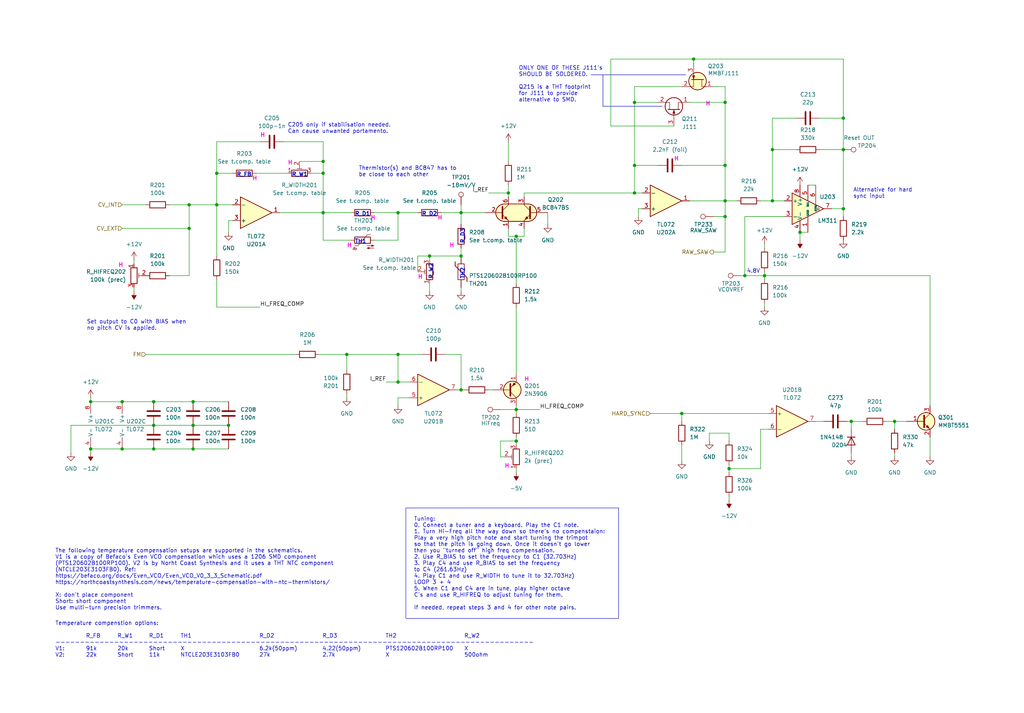
<source format=kicad_sch>
(kicad_sch (version 20231120) (generator "eeschema") (generator_version "8.0")
  (paper "User" 329.997 229.997)
  (title_block (title "VCO Core") (rev "proto v2"))
  (junction (at 69.85 66.04))
  (junction (at 104.14 68.58))
  (junction (at 163.83 62.23))
  (junction (at 219.71 133.35))
  (junction (at 128.27 114.3))
  (junction (at 29.21 129.54))
  (junction (at 60.96 73.66))
  (junction (at 274.32 135.89))
  (junction (at 234.95 151.13))
  (junction (at 104.14 55.88))
  (junction (at 248.92 64.77))
  (junction (at 233.68 69.85))
  (junction (at 39.37 144.78))
  (junction (at 271.78 48.26))
  (junction (at 128.27 123.19))
  (junction (at 49.53 144.78))
  (junction (at 246.38 88.9))
  (junction (at 69.85 55.88))
  (junction (at 73.66 137.16))
  (junction (at 62.23 137.16))
  (junction (at 240.03 88.9))
  (junction (at 257.81 74.93))
  (junction (at 62.23 144.78))
  (junction (at 39.37 129.54))
  (junction (at 223.52 19.05))
  (junction (at 60.96 66.04))
  (junction (at 271.78 67.31))
  (junction (at 49.53 137.16))
  (junction (at 166.37 132.08))
  (junction (at 166.37 142.24))
  (junction (at 104.14 52.07))
  (junction (at 233.68 33.02))
  (junction (at 148.59 68.58))
  (junction (at 29.21 144.78))
  (junction (at 148.59 125.73))
  (junction (at 248.92 48.26))
  (junction (at 62.23 129.54))
  (junction (at 138.43 82.55))
  (junction (at 271.78 38.1))
  (junction (at 204.47 53.34))
  (junction (at 111.76 114.3))
  (junction (at 204.47 62.23))
  (junction (at 148.59 82.55))
  (junction (at 204.47 33.02))
  (junction (at 288.29 135.89))
  (junction (at 128.27 68.58))
  (junction (at 233.68 64.77))
  (junction (at 49.53 129.54))
  (junction (at 233.68 53.34))
  (junction (at 166.37 76.2))
  (wire (pts (xy 54.61 88.9) (xy 60.96 88.9)))
  (wire (pts (xy 43.18 83.82) (xy 43.18 85.09)))
  (wire (pts (xy 228.6 139.7) (xy 234.95 139.7)))
  (wire (pts (xy 248.92 64.77) (xy 252.73 64.77)))
  (wire (pts (xy 104.14 52.07) (xy 104.14 55.88)))
  (wire (pts (xy 49.53 129.54) (xy 62.23 129.54)))
  (wire (pts (xy 204.47 62.23) (xy 207.01 62.23)))
  (wire (pts (xy 246.38 78.74) (xy 246.38 80.01)))
  (wire (pts (xy 233.68 27.94) (xy 233.68 33.02)))
  (wire (pts (xy 143.51 114.3) (xy 148.59 114.3)))
  (wire (pts (xy 234.95 139.7) (xy 234.95 142.24)))
  (wire (pts (xy 264.16 38.1) (xy 271.78 38.1)))
  (polyline (pts (xy 190.5 24.13) (xy 220.98 24.13)))
  (wire (pts (xy 69.85 45.72) (xy 69.85 55.88)))
  (wire (pts (xy 69.85 66.04) (xy 69.85 82.55)))
  (wire (pts (xy 22.86 137.16) (xy 49.53 137.16)))
  (wire (pts (xy 166.37 132.08) (xy 166.37 133.35)))
  (wire (pts (xy 69.85 55.88) (xy 69.85 66.04)))
  (wire (pts (xy 102.87 114.3) (xy 111.76 114.3)))
  (wire (pts (xy 233.68 81.28) (xy 229.87 81.28)))
  (wire (pts (xy 176.53 68.58) (xy 176.53 72.39)))
  (wire (pts (xy 246.38 90.17) (xy 246.38 88.9)))
  (wire (pts (xy 209.55 133.35) (xy 219.71 133.35)))
  (wire (pts (xy 238.76 88.9) (xy 240.03 88.9)))
  (wire (pts (xy 104.14 68.58) (xy 113.03 68.58)))
  (wire (pts (xy 248.92 48.26) (xy 248.92 64.77)))
  (wire (pts (xy 124.46 123.19) (xy 128.27 123.19)))
  (wire (pts (xy 168.91 73.66) (xy 168.91 76.2)))
  (wire (pts (xy 240.03 88.9) (xy 246.38 88.9)))
  (wire (pts (xy 222.25 33.02) (xy 233.68 33.02)))
  (wire (pts (xy 128.27 128.27) (xy 128.27 130.81)))
  (wire (pts (xy 271.78 38.1) (xy 271.78 48.26)))
  (wire (pts (xy 233.68 64.77) (xy 237.49 64.77)))
  (wire (pts (xy 234.95 161.29) (xy 234.95 160.02)))
  (wire (pts (xy 43.18 92.71) (xy 43.18 93.98)))
  (wire (pts (xy 163.83 45.72) (xy 163.83 52.07)))
  (wire (pts (xy 240.03 69.85) (xy 240.03 88.9)))
  (wire (pts (xy 228.6 142.24) (xy 228.6 139.7)))
  (wire (pts (xy 299.72 140.97) (xy 299.72 147.32)))
  (wire (pts (xy 49.53 137.16) (xy 62.23 137.16)))
  (wire (pts (xy 135.89 114.3) (xy 128.27 114.3)))
  (wire (pts (xy 271.78 48.26) (xy 271.78 67.31)))
  (wire (pts (xy 138.43 82.55) (xy 148.59 82.55)))
  (wire (pts (xy 257.81 74.93) (xy 260.35 74.93)))
  (wire (pts (xy 168.91 63.5) (xy 168.91 62.23)))
  (wire (pts (xy 196.85 40.64) (xy 196.85 19.05)))
  (wire (pts (xy 161.29 132.08) (xy 166.37 132.08)))
  (wire (pts (xy 111.76 128.27) (xy 111.76 127)))
  (wire (pts (xy 204.47 33.02) (xy 204.47 53.34)))
  (wire (pts (xy 233.68 69.85) (xy 233.68 81.28)))
  (wire (pts (xy 128.27 77.47) (xy 128.27 68.58)))
  (wire (pts (xy 111.76 114.3) (xy 128.27 114.3)))
  (wire (pts (xy 62.23 137.16) (xy 73.66 137.16)))
  (wire (pts (xy 111.76 114.3) (xy 111.76 119.38)))
  (wire (pts (xy 39.37 144.78) (xy 49.53 144.78)))
  (wire (pts (xy 233.68 53.34) (xy 233.68 64.77)))
  (wire (pts (xy 69.85 99.06) (xy 69.85 90.17)))
  (wire (pts (xy 246.38 97.79) (xy 246.38 99.06)))
  (wire (pts (xy 29.21 128.27) (xy 29.21 129.54)))
  (wire (pts (xy 257.81 77.47) (xy 257.81 74.93)))
  (wire (pts (xy 148.59 92.71) (xy 148.59 93.98)))
  (wire (pts (xy 148.59 68.58) (xy 156.21 68.58)))
  (wire (pts (xy 60.96 66.04) (xy 69.85 66.04)))
  (wire (pts (xy 205.74 67.31) (xy 205.74 69.85)))
  (wire (pts (xy 246.38 87.63) (xy 246.38 88.9)))
  (wire (pts (xy 288.29 135.89) (xy 288.29 138.43)))
  (wire (pts (xy 248.92 38.1) (xy 248.92 48.26)))
  (wire (pts (xy 132.08 128.27) (xy 128.27 128.27)))
  (wire (pts (xy 166.37 140.97) (xy 166.37 142.24)))
  (wire (pts (xy 166.37 142.24) (xy 166.37 143.51)))
  (wire (pts (xy 62.23 129.54) (xy 73.66 129.54)))
  (wire (pts (xy 256.54 48.26) (xy 248.92 48.26)))
  (wire (pts (xy 265.43 135.89) (xy 262.89 135.89)))
  (wire (pts (xy 62.23 144.78) (xy 73.66 144.78)))
  (wire (pts (xy 245.11 64.77) (xy 248.92 64.77)))
  (wire (pts (xy 142.24 68.58) (xy 148.59 68.58)))
  (wire (pts (xy 219.71 133.35) (xy 219.71 135.89)))
  (wire (pts (xy 120.65 77.47) (xy 128.27 77.47)))
  (polyline (pts (xy 194.31 34.29) (xy 213.36 34.29)))
  (wire (pts (xy 39.37 66.04) (xy 46.99 66.04)))
  (wire (pts (xy 256.54 38.1) (xy 248.92 38.1)))
  (wire (pts (xy 74.93 55.88) (xy 69.85 55.88)))
  (wire (pts (xy 273.05 135.89) (xy 274.32 135.89)))
  (wire (pts (xy 163.83 59.69) (xy 163.83 62.23)))
  (wire (pts (xy 148.59 66.04) (xy 148.59 68.58)))
  (wire (pts (xy 271.78 67.31) (xy 271.78 69.85)))
  (wire (pts (xy 245.11 151.13) (xy 245.11 138.43)))
  (wire (pts (xy 219.71 53.34) (xy 233.68 53.34)))
  (wire (pts (xy 73.66 71.12) (xy 73.66 74.93)))
  (wire (pts (xy 29.21 129.54) (xy 39.37 129.54)))
  (wire (pts (xy 148.59 80.01) (xy 148.59 82.55)))
  (wire (pts (xy 69.85 66.04) (xy 74.93 66.04)))
  (wire (pts (xy 39.37 73.66) (xy 60.96 73.66)))
  (wire (pts (xy 134.62 82.55) (xy 138.43 82.55)))
  (wire (pts (xy 246.38 88.9) (xy 299.72 88.9)))
  (wire (pts (xy 234.95 151.13) (xy 245.11 151.13)))
  (wire (pts (xy 60.96 66.04) (xy 60.96 73.66)))
  (wire (pts (xy 233.68 64.77) (xy 222.25 64.77)))
  (wire (pts (xy 204.47 27.94) (xy 219.71 27.94)))
  (wire (pts (xy 104.14 68.58) (xy 104.14 55.88)))
  (wire (pts (xy 161.29 142.24) (xy 166.37 142.24)))
  (wire (pts (xy 134.62 87.63) (xy 134.62 82.55)))
  (wire (pts (xy 54.61 66.04) (xy 60.96 66.04)))
  (wire (pts (xy 161.29 147.32) (xy 161.29 142.24)))
  (wire (pts (xy 128.27 123.19) (xy 132.08 123.19)))
  (wire (pts (xy 234.95 149.86) (xy 234.95 151.13)))
  (wire (pts (xy 166.37 99.06) (xy 166.37 120.65)))
  (polyline (pts (xy 194.31 24.13) (xy 194.31 34.29)))
  (wire (pts (xy 128.27 68.58) (xy 134.62 68.58)))
  (wire (pts (xy 223.52 19.05) (xy 223.52 20.32)))
  (wire (pts (xy 49.53 144.78) (xy 62.23 144.78)))
  (wire (pts (xy 285.75 135.89) (xy 288.29 135.89)))
  (wire (pts (xy 207.01 67.31) (xy 205.74 67.31)))
  (wire (pts (xy 163.83 76.2) (xy 166.37 76.2)))
  (wire (pts (xy 22.86 146.05) (xy 22.86 137.16)))
  (wire (pts (xy 166.37 130.81) (xy 166.37 132.08)))
  (wire (pts (xy 274.32 147.32) (xy 274.32 146.05)))
  (wire (pts (xy 128.27 114.3) (xy 128.27 123.19)))
  (wire (pts (xy 83.82 99.06) (xy 69.85 99.06)))
  (wire (pts (xy 147.32 125.73) (xy 148.59 125.73)))
  (wire (pts (xy 264.16 48.26) (xy 271.78 48.26)))
  (wire (pts (xy 104.14 77.47) (xy 104.14 68.58)))
  (wire (pts (xy 274.32 135.89) (xy 274.32 138.43)))
  (wire (pts (xy 204.47 53.34) (xy 204.47 62.23)))
  (wire (pts (xy 219.71 143.51) (xy 219.71 148.59)))
  (wire (pts (xy 260.35 59.69) (xy 262.89 59.69)))
  (wire (pts (xy 138.43 91.44) (xy 138.43 93.98)))
  (wire (pts (xy 166.37 76.2) (xy 168.91 76.2)))
  (wire (pts (xy 29.21 144.78) (xy 39.37 144.78)))
  (wire (pts (xy 234.95 151.13) (xy 234.95 152.4)))
  (wire (pts (xy 29.21 144.78) (xy 29.21 146.05)))
  (wire (pts (xy 288.29 146.05) (xy 288.29 147.32)))
  (wire (pts (xy 217.17 40.64) (xy 196.85 40.64)))
  (wire (pts (xy 148.59 114.3) (xy 148.59 125.73)))
  (wire (pts (xy 229.87 27.94) (xy 233.68 27.94)))
  (wire (pts (xy 163.83 62.23) (xy 163.83 63.5)))
  (wire (pts (xy 271.78 67.31) (xy 267.97 67.31)))
  (wire (pts (xy 240.03 69.85) (xy 252.73 69.85)))
  (wire (pts (xy 271.78 38.1) (xy 271.78 19.05)))
  (wire (pts (xy 104.14 55.88) (xy 100.33 55.88)))
  (wire (pts (xy 196.85 19.05) (xy 223.52 19.05)))
  (wire (pts (xy 148.59 125.73) (xy 149.86 125.73)))
  (wire (pts (xy 138.43 82.55) (xy 138.43 83.82)))
  (wire (pts (xy 120.65 68.58) (xy 128.27 68.58)))
  (wire (pts (xy 82.55 55.88) (xy 92.71 55.88)))
  (wire (pts (xy 204.47 27.94) (xy 204.47 33.02)))
  (wire (pts (xy 39.37 129.54) (xy 49.53 129.54)))
  (wire (pts (xy 274.32 135.89) (xy 278.13 135.89)))
  (wire (pts (xy 113.03 77.47) (xy 104.14 77.47)))
  (wire (pts (xy 163.83 73.66) (xy 163.83 76.2)))
  (wire (pts (xy 148.59 68.58) (xy 148.59 72.39)))
  (wire (pts (xy 60.96 88.9) (xy 60.96 73.66)))
  (wire (pts (xy 91.44 45.72) (xy 104.14 45.72)))
  (wire (pts (xy 299.72 88.9) (xy 299.72 130.81)))
  (wire (pts (xy 245.11 138.43) (xy 247.65 138.43)))
  (wire (pts (xy 219.71 133.35) (xy 247.65 133.35)))
  (wire (pts (xy 157.48 125.73) (xy 158.75 125.73)))
  (wire (pts (xy 166.37 132.08) (xy 173.99 132.08)))
  (wire (pts (xy 46.99 114.3) (xy 95.25 114.3)))
  (wire (pts (xy 212.09 53.34) (xy 204.47 53.34)))
  (wire (pts (xy 96.52 52.07) (xy 104.14 52.07)))
  (wire (pts (xy 204.47 33.02) (xy 212.09 33.02)))
  (wire (pts (xy 166.37 151.13) (xy 166.37 152.4)))
  (wire (pts (xy 90.17 68.58) (xy 104.14 68.58)))
  (wire (pts (xy 288.29 135.89) (xy 292.1 135.89)))
  (wire (pts (xy 229.87 69.85) (xy 233.68 69.85)))
  (wire (pts (xy 162.56 147.32) (xy 161.29 147.32)))
  (wire (pts (xy 223.52 19.05) (xy 271.78 19.05)))
  (wire (pts (xy 74.93 71.12) (xy 73.66 71.12)))
  (wire (pts (xy 233.68 64.77) (xy 233.68 69.85)))
  (wire (pts (xy 168.91 62.23) (xy 204.47 62.23)))
  (wire (pts (xy 233.68 33.02) (xy 233.68 53.34)))
  (wire (pts (xy 157.48 62.23) (xy 163.83 62.23)))
  (wire (pts (xy 83.82 45.72) (xy 69.85 45.72)))
  (wire (pts (xy 104.14 45.72) (xy 104.14 52.07)))
  (wire (pts (xy 166.37 76.2) (xy 166.37 91.44)))
  (rectangle (start 130.81 163.83) (end 199.39 199.39) (fill (type color) (color 255 255 255 1)))
  (text "H" (at 162.56 151.13 0) (effects (font (size 1.27 1.27) (thickness 0.254) (bold yes)) (justify left bottom)))
  (text "R_D1" (at 114.3 69.85 0) (effects (font (size 1.27 1.27) (thickness 0.254) (bold yes)) (justify left bottom)))
  (text "R_D2" (at 135.89 69.85 0) (effects (font (size 1.27 1.27) (thickness 0.254) (bold yes)) (justify left bottom)))
  (text "H" (at 111.76 80.01 0) (effects (font (size 1.27 1.27) (thickness 0.254) (bold yes)) (justify left bottom)))
  (text "H" (at 92.71 53.34 0) (effects (font (size 1.27 1.27) (thickness 0.254) (bold yes)) (justify left bottom)))
  (text "H" (at 81.28 58.42 0) (effects (font (size 1.27 1.27) (thickness 0.254) (bold yes)) (justify left bottom)))
  (text "The following temperature compensation setups are supported in the schematics.\nV1 is a copy of Befaco's Even VCO compensation which uses a 1206 SMD component \n(PTS120602B100RP100). V2 is by Norht Coast Synthesis and it uses a THT NTC component \n(NTCLE203E3103FB0). Ref:\nhttps://befaco.org/docs/Even_VCO/Even_VCO_V0_3_3_Schematic.pdf\nhttps://northcoastsynthesis.com/news/temperature-compensation-with-ntc-thermistors/\n\nX: don't place component\nShort: short component\nUse multi-turn precision trimmers." (at 17.78 196.85 0) (effects (font (size 1.27 1.27)) (justify left bottom)))
  (text "TH2" (at 149.86 90.17 90) (effects (font (size 1.27 1.27) (thickness 0.254) (bold yes)) (justify left bottom)))
  (text "R_W2" (at 139.7 90.17 90) (effects (font (size 1.27 1.27) (thickness 0.254) (bold yes)) (justify left bottom)))
  (text "H" (at 217.17 52.07 0) (effects (font (size 1.27 1.27) (thickness 0.254) (bold yes)) (justify left bottom)))
  (text "H" (at 38.1 86.36 0) (effects (font (size 1.27 1.27) (thickness 0.254) (bold yes)) (justify left bottom)))
  (text "Set output to C0 with BIAS when\nno pitch CV is applied." (at 27.94 106.68 0) (effects (font (size 1.27 1.27)) (justify left bottom)))
  (text "H" (at 227.33 34.29 0) (effects (font (size 1.27 1.27) (thickness 0.254) (bold yes)) (justify left bottom)))
  (text "R_D3" (at 149.86 78.74 90) (effects (font (size 1.27 1.27) (thickness 0.254) (bold yes)) (justify left bottom)))
  (text "H" (at 168.91 123.19 0) (effects (font (size 1.27 1.27) (thickness 0.254) (bold yes)) (justify left bottom)))
  (text "R_FB" (at 76.2 57.15 0) (effects (font (size 1.27 1.27) (thickness 0.254) (bold yes)) (justify left bottom)))
  (text "Alternative for hard \nsync input" (at 274.955 64.135 0) (effects (font (size 1.27 1.27)) (justify left bottom)))
  (text "TH1" (at 114.3 78.74 0) (effects (font (size 1.27 1.27) (thickness 0.254) (bold yes)) (justify left bottom)))
  (text "R_W1" (at 93.98 57.15 0) (effects (font (size 1.27 1.27) (thickness 0.254) (bold yes)) (justify left bottom)))
  (text "H" (at 144.78 80.01 0) (effects (font (size 1.27 1.27) (thickness 0.254) (bold yes)) (justify left bottom)))
  (text "C205 only if stabilisation needed.\nCan cause unwanted portamento." (at 92.71 43.18 0) (effects (font (size 1.27 1.27)) (justify left bottom)))
  (text "ONLY ONE OF THESE J111's\nSHOULD BE SOLDERED.\n\nQ215 is a THT footprint\nfor J111 to provide \nalternative to SMD." (at 167.132 27.178 0) (effects (font (size 1.27 1.27)) (justify left)))
  (text "H" (at 83.82 44.45 0) (effects (font (size 1.27 1.27) (thickness 0.254) (bold yes)) (justify left bottom)))
  (text "Thermistor(s) and BC847 has to \nbe close to each other" (at 115.57 57.15 0) (effects (font (size 1.27 1.27)) (justify left bottom)))
  (text "H" (at 134.62 90.17 0) (effects (font (size 1.27 1.27) (thickness 0.254) (bold yes)) (justify left bottom)))
  (text "H" (at 119.38 71.12 0) (effects (font (size 1.27 1.27) (thickness 0.254) (bold yes)) (justify left bottom)))
  (text "4.8V" (at 240.665 88.265 0) (effects (font (size 1.27 1.27)) (justify left bottom)))
  (text "H" (at 140.97 71.12 0) (effects (font (size 1.27 1.27) (thickness 0.254) (bold yes)) (justify left bottom)))
  (text "Tuning:\n0. Connect a tuner and a keyboard. Play the C1 note. \n1. Turn Hi-Freq all the way down so there's no compenstaion:\nPlay a very high pitch note and start turning the trimpot\nso that the pitch is going down. Once it doesn't go lower\nthen you \"turned off\" high freq compensation.\n2. Use R_BIAS to set the frequency to C1 (32.703Hz)\n3. Play C4 and use R_BIAS to set the frequency \nto C4 (261.63Hz)\n4. Play C1 and use R_WIDTH to tune it to 32.703Hz)\nLOOP 3 + 4\n5. When C1 and C4 are in tune, play higher octave \nC's and use R_HIFREQ to adjust tuning for them.\n\nIf needed, repeat steps 3 and 4 for other note pairs." (at 133.35 196.85 0) (effects (font (size 1.27 1.27)) (justify left bottom)))
  (text "Temperature compenstion options:\n\n		R_FB	R_W1	R_D1	TH1					R_D2			R_D3			TH2					R_W2\n--------------------------------------------------------------------------------------------------\nV1: 	91k		20k		Short	X					6.2k(50ppm)		4.22(50ppm)		PTS120602B100RP100	X\nV2: 	22k		Short	11k		NTCLE203E3103FB0	27k				2.7k			X					500ohm\n" (at 17.78 212.09 0) (effects (font (size 1.27 1.27)) (justify left bottom)))
  (label "HI_FREQ_COMP" (at 173.99 132.08 0))
  (label "I_REF" (at 124.46 123.19 180))
  (label "HI_FREQ_COMP" (at 83.82 99.06 0))
  (label "I_REF" (at 157.48 62.23 180))
  (hierarchical_label "HARD_SYNC" (shape input) (at 209.55 133.35 180))
  (hierarchical_label "CV_INT" (shape input) (at 39.37 66.04 180))
  (hierarchical_label "RAW_SAW" (shape output) (at 229.87 81.28 180))
  (hierarchical_label "CV_EXT" (shape input) (at 39.37 73.66 180))
  (hierarchical_label "FM" (shape input) (at 46.99 114.3 180))
  (symbol (lib_id "Device:C") (at 49.53 133.35 0) (unit 1)
    (property "Reference" "C203" (at 53.34 132.08 0) (effects (justify left)))
    (property "Value" "100n" (at 53.34 134.62 0) (effects (justify left)))
    (property "Footprint" "Capacitor_SMD:C_0603_1608Metric" (effects (hide yes)))
    (property "LCSC" "C14663" (effects (hide yes)))
    (instances (project "A-psu-voice-proto-4l" (path "" (reference "C203") (unit 1))) (project "core-rev-3" (path "" (reference "C201") (unit 1)) (path "" (reference "C211") (unit 1))) (project "hog-v2-voice-proto" (path "" (reference "C203") (unit 1))))
  )
  (symbol (lib_id "power:+12V") (at 43.18 83.82 0) (unit 1)
    (property "Reference" "#PWR0380" (effects (hide yes)))
    (property "Value" "+12V" (at 43.18 78.74 0))
    (instances (project "core-rev-3" (path "" (reference "#PWR0380") (unit 1)) (path "" (reference "#PWR0381") (unit 1))))
  )
  (symbol (lib_id "PCM_Transistor_BJT_AKL:BC847") (at 297.18 135.89 0) (unit 1)
    (property "Reference" "Q301" (at 302.26 134.62 0) (effects (justify left)))
    (property "Value" "MMBT5551" (at 302.26 137.16 0) (effects (justify left)))
    (property "Footprint" "Package_TO_SOT_SMD:SOT-23" (effects (hide yes)))
    (property "Datasheet" "https://datasheet.lcsc.com/lcsc/2304140030_Jiangsu-Changjing-Electronics-Technology-Co---Ltd--MMBT5551_C2145.pdf" (effects (hide yes)))
    (property "LCSC" "C2145" (effects (hide yes)))
    (instances (project "A-psu-voice-proto-4l" (path "" (reference "Q301") (unit 1))) (project "core-rev-3" (path "" (reference "Q213") (unit 1)) (path "" (reference "Q214") (unit 1))))
  )
  (symbol (lib_id "Device:R") (at 138.43 68.58 90) (unit 1) (in_bom no)
    (property "Reference" "R205" (at 138.43 62.23 90))
    (property "Value" "See t.comp. table" (at 138.43 64.77 90))
    (property "Footprint" "Shmoergh_Custom_Footprints:R_Axial_DIN0207_L6.3mm_D2.5mm_P7.62mm_Horizontal" (effects (hide yes)))
    (property "Hestore" "https://www.hestore.hu/prod_10020536.html" (effects (hide yes)))
    (instances (project "A-psu-voice-proto-4l" (path "" (reference "R205") (unit 1))) (project "core-rev-3" (path "" (reference "R204") (unit 1)) (path "" (reference "R219") (unit 1))) (project "hog-v2-voice-proto" (path "" (reference "R205") (unit 1))))
  )
  (symbol (lib_id "Device:C") (at 49.53 140.97 0) (unit 1)
    (property "Reference" "C204" (at 53.34 139.7 0) (effects (justify left)))
    (property "Value" "100n" (at 53.34 142.24 0) (effects (justify left)))
    (property "Footprint" "Capacitor_SMD:C_0603_1608Metric" (effects (hide yes)))
    (property "LCSC" "C14663" (effects (hide yes)))
    (instances (project "A-psu-voice-proto-4l" (path "" (reference "C204") (unit 1))) (project "core-rev-3" (path "" (reference "C202") (unit 1)) (path "" (reference "C212") (unit 1))) (project "hog-v2-voice-proto" (path "" (reference "C204") (unit 1))))
  )
  (symbol (lib_id "Connector:TestPoint") (at 271.78 48.26 270) (unit 1) (in_bom no)
    (property "Reference" "TP204" (at 279.4 46.99 90))
    (property "Value" "Reset OUT" (at 276.86 44.45 90))
    (property "Footprint" "TestPoint:TestPoint_THTPad_2.0x2.0mm_Drill1.0mm" (effects (hide yes)))
    (instances (project "core-rev-3" (path "" (reference "TP204") (unit 1)) (path "" (reference "TP208") (unit 1))))
  )
  (symbol (lib_id "power:GND") (at 22.86 146.05 0) (unit 1)
    (property "Reference" "#PWR039" (effects (hide yes)))
    (property "Value" "GND" (at 22.86 151.13 0))
    (instances (project "A-psu-voice-proto-4l" (path "" (reference "#PWR039") (unit 1))) (project "core-rev-3" (path "" (reference "#PWR0212") (unit 1)) (path "" (reference "#PWR0229") (unit 1))) (project "hog-v2-voice-proto" (path "" (reference "#PWR0201") (unit 1))))
  )
  (symbol (lib_id "PCM_Transistor_BJT_AKL:BC847BS") (at 166.37 68.58 0) (unit 1)
    (property "Reference" "Q202" (at 179.07 64.3891 0))
    (property "Value" "BC847BS" (at 179.07 66.9291 0))
    (property "Footprint" "Package_TO_SOT_SMD:SOT-363_SC-70-6" (effects (hide yes)))
    (property "Datasheet" "https://www.tme.eu/Document/82748fbc26f250e671ae2786c3be5a04/BC847BS.115.pdf" (effects (hide yes)))
    (property "LCSC" "C699265" (effects (hide yes)))
    (instances (project "A-psu-voice-proto-4l" (path "" (reference "Q202") (unit 1))) (project "core-rev-3" (path "" (reference "Q202") (unit 1)) (path "" (reference "Q205") (unit 1))) (project "hog-v2-voice-proto" (path "" (reference "Q202") (unit 1))))
  )
  (symbol (lib_id "Device:C") (at 269.24 135.89 90) (unit 1)
    (property "Reference" "C273" (at 269.24 128.27 90))
    (property "Value" "47p" (at 269.24 130.81 90))
    (property "Footprint" "Capacitor_SMD:C_0603_1608Metric" (effects (hide yes)))
    (property "LCSC" "C1671" (effects (hide yes)))
    (instances (project "core-rev-3" (path "" (reference "C273") (unit 1)) (path "" (reference "C274") (unit 1))))
  )
  (symbol (lib_id "Device:C") (at 62.23 133.35 0) (unit 1)
    (property "Reference" "C206" (at 66.04 132.08 0) (effects (justify left)))
    (property "Value" "100n" (at 66.04 134.62 0) (effects (justify left)))
    (property "Footprint" "Capacitor_SMD:C_0603_1608Metric" (effects (hide yes)))
    (property "LCSC" "C14663" (effects (hide yes)))
    (instances (project "A-psu-voice-proto-4l" (path "" (reference "C206") (unit 1))) (project "core-rev-3" (path "" (reference "C203") (unit 1)) (path "" (reference "C213") (unit 1))) (project "hog-v2-voice-proto" (path "" (reference "C206") (unit 1))))
  )
  (symbol (lib_id "power:GND") (at 148.59 93.98 0) (unit 1)
    (property "Reference" "#PWR049" (effects (hide yes)))
    (property "Value" "GND" (at 148.59 99.06 0))
    (instances (project "A-psu-voice-proto-4l" (path "" (reference "#PWR049") (unit 1))) (project "core-rev-3" (path "" (reference "#PWR0216") (unit 1)) (path "" (reference "#PWR0233") (unit 1))) (project "hog-v2-voice-proto" (path "" (reference "#PWR0211") (unit 1))))
  )
  (symbol (lib_id "Device:R") (at 246.38 83.82 180) (unit 1)
    (property "Reference" "R216" (at 248.92 82.55 0) (effects (justify right)))
    (property "Value" "150k" (at 248.92 85.09 0) (effects (justify right)))
    (property "Footprint" "Resistor_SMD:R_0603_1608Metric" (effects (hide yes)))
    (property "LCSC" "C22807" (effects (hide yes)))
    (instances (project "A-psu-voice-proto-4l" (path "" (reference "R216") (unit 1))) (project "core-rev-3" (path "" (reference "R212") (unit 1)) (path "" (reference "R227") (unit 1))) (project "hog-v2-voice-proto" (path "" (reference "R216") (unit 1))))
  )
  (symbol (lib_id "power:GND") (at 176.53 72.39 0) (unit 1)
    (property "Reference" "#PWR055" (effects (hide yes)))
    (property "Value" "GND" (at 176.53 77.47 0))
    (instances (project "A-psu-voice-proto-4l" (path "" (reference "#PWR055") (unit 1))) (project "core-rev-3" (path "" (reference "#PWR0221") (unit 1)) (path "" (reference "#PWR0238") (unit 1))) (project "hog-v2-voice-proto" (path "" (reference "#PWR0217") (unit 1))))
  )
  (symbol (lib_id "Device:R") (at 241.3 64.77 90) (unit 1)
    (property "Reference" "R216" (at 241.3 58.42 90))
    (property "Value" "22k" (at 241.3 60.96 90))
    (property "Footprint" "Resistor_SMD:R_0603_1608Metric" (effects (hide yes)))
    (property "LCSC" "C31850" (effects (hide yes)))
    (instances (project "A-psu-voice-proto-4l" (path "" (reference "R216") (unit 1))) (project "core-rev-3" (path "" (reference "R211") (unit 1)) (path "" (reference "R226") (unit 1))) (project "hog-v2-voice-proto" (path "" (reference "R216") (unit 1))))
  )
  (symbol (lib_id "Device:R_Potentiometer_Trim") (at 166.37 147.32 180) (unit 1) (in_bom no)
    (property "Reference" "R_HIFREQ202" (at 168.91 146.05 0) (effects (justify right)))
    (property "Value" "2k (prec)" (at 168.91 148.59 0) (effects (justify right)))
    (property "Footprint" "Potentiometer_THT:Potentiometer_Bourns_3006P_Horizontal" (effects (hide yes)))
    (property "Arwill" "https://arwill.hu/termekek/passziv-alkatreszek/trimmer-potmeterek/7401/2-2k-helitrimmer-potmeter-198436/" (effects (hide yes)))
    (instances (project "A-psu-voice-proto-4l" (path "" (reference "R_HIFREQ202") (unit 1))) (project "core-rev-3" (path "" (reference "R_HIFREQ201") (unit 1)) (path "" (reference "R_HIFREQ202") (unit 1))) (project "hog-v2-voice-proto" (path "" (reference "R_HIFREQ202") (unit 1))))
  )
  (symbol (lib_id "Device:R") (at 111.76 123.19 180) (unit 1)
    (property "Reference" "R201" (at 106.68 124.46 0))
    (property "Value" "100k" (at 106.68 121.92 0))
    (property "Footprint" "Resistor_SMD:R_0603_1608Metric" (effects (hide yes)))
    (property "LCSC" "C25803" (effects (hide yes)))
    (instances (project "A-psu-voice-proto-4l" (path "" (reference "R201") (unit 1))) (project "core-rev-3" (path "" (reference "R339") (unit 1)) (path "" (reference "R340") (unit 1))) (project "hog-v2-voice-proto" (path "" (reference "R201") (unit 1))))
  )
  (symbol (lib_id "Device:R_Potentiometer_Trim") (at 96.52 55.88 90) (unit 1) (in_bom no)
    (property "Reference" "R_WIDTH201" (at 96.52 59.69 90))
    (property "Value" "See t.comp. table" (at 96.52 62.23 90))
    (property "Footprint" "Potentiometer_THT:Potentiometer_Bourns_3006P_Horizontal" (effects (hide yes)))
    (property "Arwill" "https://arwill.hu/termekek/passziv-alkatreszek/trimmer-potmeterek/7401/20k-helitrimmer-potmeter-850118/" (effects (hide yes)))
    (instances (project "A-psu-voice-proto-4l" (path "" (reference "R_WIDTH201") (unit 1))) (project "core-rev-3" (path "" (reference "R_WIDTH201") (unit 1)) (path "" (reference "R_WIDTH202") (unit 1))) (project "hog-v2-voice-proto" (path "" (reference "R_WIDTH201") (unit 1))))
  )
  (symbol (lib_id "Device:R_Potentiometer_Trim") (at 43.18 88.9 0) (unit 1) (in_bom no)
    (property "Reference" "R_HIFREQ202" (at 40.64 87.63 0) (effects (justify right)))
    (property "Value" "100k (prec)" (at 40.64 90.17 0) (effects (justify right)))
    (property "Footprint" "Potentiometer_THT:Potentiometer_Bourns_3006P_Horizontal" (effects (hide yes)))
    (property "Arwill" "https://arwill.hu/termekek/passziv-alkatreszek/trimmer-potmeterek/7401/2-2k-helitrimmer-potmeter-198436/" (effects (hide yes)))
    (instances (project "A-psu-voice-proto-4l" (path "" (reference "R_HIFREQ202") (unit 1))) (project "core-rev-3" (path "" (reference "R_BIAS203") (unit 1)) (path "" (reference "R_BIAS201") (unit 1))) (project "hog-v2-voice-proto" (path "" (reference "R_HIFREQ202") (unit 1))))
  )
  (symbol (lib_id "Device:R") (at 148.59 76.2 0) (unit 1) (in_bom no)
    (property "Reference" "R208" (at 151.13 74.93 0) (effects (justify left)))
    (property "Value" "See t.comp. table" (at 151.13 77.47 0) (effects (justify left)))
    (property "Footprint" "Shmoergh_Custom_Footprints:R_Axial_DIN0207_L6.3mm_D2.5mm_P7.62mm_Horizontal" (effects (hide yes)))
    (property "Hestore" "https://www.hestore.hu/prod_10034264.html" (effects (hide yes)))
    (property "Mouser" "https://hu.mouser.com/ProductDetail/YAGEO/MFR50SFTE52-4R22?qs=UFD7vfw3J8rJKelB1vtMtA%3D%3D" (effects (hide yes)))
    (instances (project "A-psu-voice-proto-4l" (path "" (reference "R208") (unit 1))) (project "core-rev-3" (path "" (reference "R206") (unit 1)) (path "" (reference "R221") (unit 1))) (project "hog-v2-voice-proto" (path "" (reference "R208") (unit 1))))
  )
  (symbol (lib_id "Amplifier_Operational:TL072") (at 41.91 137.16 0) (unit 3)
    (property "Reference" "U202" (at 40.64 135.89 0) (effects (justify left)))
    (property "Value" "TL072" (at 40.64 138.43 0) (effects (justify left)))
    (property "Footprint" "Package_SO:SOIC-8_3.9x4.9mm_P1.27mm" (effects (hide yes)))
    (property "Datasheet" "http://www.ti.com/lit/ds/symlink/tl071.pdf" (effects (hide yes)))
    (property "LCSC" "C6961" (effects (hide yes)))
    (instances (project "A-psu-voice-proto-4l" (path "" (reference "U202") (unit 3))) (project "core-rev-3" (path "" (reference "U202") (unit 3)) (path "" (reference "U205") (unit 3))) (project "hog-v2-voice-proto" (path "" (reference "U202") (unit 3))))
  )
  (symbol (lib_id "Device:R") (at 234.95 146.05 0) (unit 1)
    (property "Reference" "R324" (at 237.49 144.78 0) (effects (justify left)))
    (property "Value" "10k" (at 237.49 147.32 0) (effects (justify left)))
    (property "Footprint" "Resistor_SMD:R_0603_1608Metric" (effects (hide yes)))
    (property "LCSC" "C25804" (effects (hide yes)))
    (instances (project "core-rev-3" (path "" (reference "R324") (unit 1)) (path "" (reference "R325") (unit 1))))
  )
  (symbol (lib_id "Device:R") (at 166.37 137.16 0) (unit 1)
    (property "Reference" "R213" (at 168.91 135.89 0) (effects (justify left)))
    (property "Value" "510" (at 168.91 138.43 0) (effects (justify left)))
    (property "Footprint" "Resistor_SMD:R_0603_1608Metric" (effects (hide yes)))
    (property "LCSC" "C23193" (effects (hide yes)))
    (instances (project "A-psu-voice-proto-4l" (path "" (reference "R213") (unit 1))) (project "core-rev-3" (path "" (reference "R210") (unit 1)) (path "" (reference "R225") (unit 1))) (project "hog-v2-voice-proto" (path "" (reference "R213") (unit 1))))
  )
  (symbol (lib_id "power:-12V") (at 29.21 146.05 180) (unit 1)
    (property "Reference" "#PWR041" (effects (hide yes)))
    (property "Value" "-12V" (at 29.21 151.13 0))
    (instances (project "A-psu-voice-proto-4l" (path "" (reference "#PWR041") (unit 1))) (project "core-rev-3" (path "" (reference "#PWR0214") (unit 1)) (path "" (reference "#PWR0231") (unit 1))) (project "hog-v2-voice-proto" (path "" (reference "#PWR0203") (unit 1))))
  )
  (symbol (lib_id "Device:R") (at 78.74 55.88 90) (unit 1) (in_bom no)
    (property "Reference" "R203" (at 78.74 49.53 90))
    (property "Value" "See t.comp. table" (at 78.74 52.07 90))
    (property "Footprint" "Shmoergh_Custom_Footprints:R_Axial_DIN0207_L6.3mm_D2.5mm_P7.62mm_Horizontal" (effects (hide yes)))
    (property "Hestore" "https://www.hestore.hu/prod_10020570.html" (effects (hide yes)))
    (instances (project "A-psu-voice-proto-4l" (path "" (reference "R203") (unit 1))) (project "core-rev-3" (path "" (reference "R203") (unit 1)) (path "" (reference "R218") (unit 1))) (project "hog-v2-voice-proto" (path "" (reference "R203") (unit 1))))
  )
  (symbol (lib_id "Connector:TestPoint") (at 161.29 132.08 90) (unit 1) (in_bom no)
    (property "Reference" "TP202" (at 158.115 134.62 90))
    (property "Value" "HiFreq" (at 158.115 136.525 90))
    (property "Footprint" "TestPoint:TestPoint_THTPad_2.0x2.0mm_Drill1.0mm" (effects (hide yes)))
    (instances (project "core-rev-3" (path "" (reference "TP202") (unit 1)) (path "" (reference "TP206") (unit 1))))
  )
  (symbol (lib_id "power:+12V") (at 163.83 45.72 0) (unit 1)
    (property "Reference" "#PWR054" (effects (hide yes)))
    (property "Value" "+12V" (at 163.83 40.64 0))
    (instances (project "A-psu-voice-proto-4l" (path "" (reference "#PWR054") (unit 1))) (project "core-rev-3" (path "" (reference "#PWR0220") (unit 1)) (path "" (reference "#PWR0237") (unit 1))) (project "hog-v2-voice-proto" (path "" (reference "#PWR0216") (unit 1))))
  )
  (symbol (lib_id "power:-12V") (at 234.95 161.29 180) (unit 1)
    (property "Reference" "#PWR0388" (effects (hide yes)))
    (property "Value" "-12V" (at 234.95 166.37 0))
    (instances (project "core-rev-3" (path "" (reference "#PWR0388") (unit 1)) (path "" (reference "#PWR0389") (unit 1))))
  )
  (symbol (lib_id "power:-12V") (at 257.81 77.47 180) (unit 1)
    (property "Reference" "#PWR041" (effects (hide yes)))
    (property "Value" "-12V" (at 257.81 82.55 0))
    (instances (project "A-psu-voice-proto-4l" (path "" (reference "#PWR041") (unit 1))) (project "core-rev-3" (path "" (reference "#PWR0226") (unit 1)) (path "" (reference "#PWR0243") (unit 1))) (project "hog-v2-voice-proto" (path "" (reference "#PWR0203") (unit 1))))
  )
  (symbol (lib_id "Device:C") (at 139.7 114.3 90) (unit 1)
    (property "Reference" "C210" (at 139.7 106.68 90))
    (property "Value" "100p" (at 139.7 109.22 90))
    (property "Footprint" "Capacitor_SMD:C_0603_1608Metric" (effects (hide yes)))
    (property "LCSC" "C14858" (effects (hide yes)))
    (instances (project "A-psu-voice-proto-4l" (path "" (reference "C210") (unit 1))) (project "core-rev-3" (path "" (reference "C208") (unit 1)) (path "" (reference "C218") (unit 1))) (project "hog-v2-voice-proto" (path "" (reference "C210") (unit 1))))
  )
  (symbol (lib_id "power:+12V") (at 29.21 128.27 0) (unit 1)
    (property "Reference" "#PWR040" (effects (hide yes)))
    (property "Value" "+12V" (at 29.21 123.19 0))
    (instances (project "A-psu-voice-proto-4l" (path "" (reference "#PWR040") (unit 1))) (project "core-rev-3" (path "" (reference "#PWR0213") (unit 1)) (path "" (reference "#PWR0230") (unit 1))) (project "hog-v2-voice-proto" (path "" (reference "#PWR0202") (unit 1))))
  )
  (symbol (lib_id "Device:C") (at 215.9 53.34 90) (unit 1) (in_bom no)
    (property "Reference" "C212" (at 215.9 45.72 90))
    (property "Value" "2.2nF (foil)" (at 215.9 48.26 90))
    (property "Footprint" "Capacitor_THT:C_Rect_L7.2mm_W2.5mm_P5.00mm_FKS2_FKP2_MKS2_MKP2" (effects (hide yes)))
    (property "Hestore" "https://www.hestore.hu/prod_10022498.html" (effects (hide yes)))
    (instances (project "A-psu-voice-proto-4l" (path "" (reference "C212") (unit 1))) (project "core-rev-3" (path "" (reference "C209") (unit 1)) (path "" (reference "C219") (unit 1))) (project "hog-v2-voice-proto" (path "" (reference "C212") (unit 1))))
  )
  (symbol (lib_id "Amplifier_Operational:TL072") (at 214.63 64.77 0) (mirror x) (unit 1)
    (property "Reference" "U202" (at 214.63 74.93 0))
    (property "Value" "TL072" (at 214.63 72.39 0))
    (property "Footprint" "Package_SO:SOIC-8_3.9x4.9mm_P1.27mm" (effects (hide yes)))
    (property "Datasheet" "http://www.ti.com/lit/ds/symlink/tl071.pdf" (effects (hide yes)))
    (property "LCSC" "C6961" (effects (hide yes)))
    (instances (project "A-psu-voice-proto-4l" (path "" (reference "U202") (unit 1))) (project "core-rev-3" (path "" (reference "U202") (unit 1)) (path "" (reference "U205") (unit 1))) (project "hog-v2-voice-proto" (path "" (reference "U202") (unit 1))))
  )
  (symbol (lib_id "Device:R") (at 50.8 66.04 90) (unit 1)
    (property "Reference" "R201" (at 50.8 59.69 90))
    (property "Value" "100k" (at 50.8 62.23 90))
    (property "Footprint" "Resistor_SMD:R_0603_1608Metric" (effects (hide yes)))
    (property "LCSC" "C25803" (effects (hide yes)))
    (instances (project "A-psu-voice-proto-4l" (path "" (reference "R201") (unit 1))) (project "core-rev-3" (path "" (reference "R201") (unit 1)) (path "" (reference "R216") (unit 1))) (project "hog-v2-voice-proto" (path "" (reference "R201") (unit 1))))
  )
  (symbol (lib_id "Amplifier_Operational:TL072") (at 82.55 68.58 0) (mirror x) (unit 1)
    (property "Reference" "U201" (at 82.55 78.74 0))
    (property "Value" "TL072" (at 82.55 76.2 0))
    (property "Footprint" "Package_SO:SOIC-8_3.9x4.9mm_P1.27mm" (effects (hide yes)))
    (property "Datasheet" "http://www.ti.com/lit/ds/symlink/tl071.pdf" (effects (hide yes)))
    (property "LCSC" "C6961" (effects (hide yes)))
    (instances (project "A-psu-voice-proto-4l" (path "" (reference "U201") (unit 1))) (project "core-rev-3" (path "" (reference "U201") (unit 1)) (path "" (reference "U204") (unit 1))) (project "hog-v2-voice-proto" (path "" (reference "U201") (unit 1))))
  )
  (symbol (lib_id "Connector:TestPoint") (at 238.76 88.9 90) (unit 1) (in_bom no)
    (property "Reference" "TP203" (at 235.585 91.44 90))
    (property "Value" "VCOVREF" (at 235.585 93.345 90))
    (property "Footprint" "TestPoint:TestPoint_THTPad_2.0x2.0mm_Drill1.0mm" (effects (hide yes)))
    (instances (project "core-rev-3" (path "" (reference "TP203") (unit 1)) (path "" (reference "TP207") (unit 1))))
  )
  (symbol (lib_id "Device:R") (at 271.78 73.66 0) (unit 1)
    (property "Reference" "R219" (at 274.32 72.39 0) (effects (justify left)))
    (property "Value" "2.2k" (at 274.32 74.93 0) (effects (justify left)))
    (property "Footprint" "Resistor_SMD:R_0603_1608Metric" (effects (hide yes)))
    (property "LCSC" "C4190" (effects (hide yes)))
    (instances (project "A-psu-voice-proto-4l" (path "" (reference "R219") (unit 1))) (project "core-rev-3" (path "" (reference "R215") (unit 1)) (path "" (reference "R230") (unit 1))) (project "hog-v2-voice-proto" (path "" (reference "R219") (unit 1))))
  )
  (symbol (lib_id "Comparator:LM311") (at 260.35 67.31 0) (unit 1)
    (property "Reference" "U203" (at 266.7 63.5 0))
    (property "Value" "LM311" (at 266.7 71.12 0))
    (property "Footprint" "Package_SO:SOIC-8_3.9x4.9mm_P1.27mm" (effects (hide yes)))
    (property "Datasheet" "https://www.st.com/resource/en/datasheet/lm311.pdf" (effects (hide yes)))
    (property "LCSC" "C12597" (effects (hide yes)))
    (instances (project "core-rev-3" (path "" (reference "U203") (unit 1)) (path "" (reference "U206") (unit 1))))
  )
  (symbol (lib_id "Device:Thermistor") (at 148.59 87.63 0) (unit 1) (in_bom no)
    (property "Reference" "TH201" (at 151.13 91.44 0) (effects (justify left)))
    (property "Value" "PTS120602B100RP100" (at 151.13 88.9 0) (effects (justify left)))
    (property "Footprint" "Resistor_SMD:R_1206_3216Metric_Pad1.30x1.75mm_HandSolder" (effects (hide yes)))
    (property "Mouser" "https://hu.mouser.com/ProductDetail/594-PTS120601B100RP" (effects (hide yes)))
    (instances (project "A-psu-voice-proto-4l" (path "" (reference "TH201") (unit 1))) (project "core-rev-3" (path "" (reference "TH201") (unit 1)) (path "" (reference "TH202") (unit 1))) (project "hog-v2-voice-proto" (path "" (reference "TH201") (unit 1))))
  )
  (symbol (lib_id "PCM_Transistor_BJT_AKL:2N3906") (at 163.83 125.73 0) (unit 1) (in_bom no)
    (property "Reference" "Q201" (at 168.91 124.46 0) (effects (justify left)))
    (property "Value" "2N3906" (at 168.91 127 0) (effects (justify left)))
    (property "Footprint" "Package_TO_SOT_THT:TO-92L_Inline_Wide" (effects (hide yes)))
    (property "Datasheet" "https://www.tme.eu/Document/1d69ece8147fa5a64114d103f531c790/2N3906BU.pdf" (effects (hide yes)))
    (instances (project "A-psu-voice-proto-4l" (path "" (reference "Q201") (unit 1))) (project "core-rev-3" (path "" (reference "Q201") (unit 1)) (path "" (reference "Q204") (unit 1))) (project "hog-v2-voice-proto" (path "" (reference "Q201") (unit 1))))
  )
  (symbol (lib_id "power:GND") (at 73.66 74.93 0) (unit 1)
    (property "Reference" "#PWR048" (effects (hide yes)))
    (property "Value" "GND" (at 73.66 80.01 0))
    (instances (project "A-psu-voice-proto-4l" (path "" (reference "#PWR048") (unit 1))) (project "core-rev-3" (path "" (reference "#PWR0215") (unit 1)) (path "" (reference "#PWR0232") (unit 1))) (project "hog-v2-voice-proto" (path "" (reference "#PWR0210") (unit 1))))
  )
  (symbol (lib_id "power:GND") (at 219.71 148.59 0) (unit 1)
    (property "Reference" "#PWR0384" (effects (hide yes)))
    (property "Value" "GND" (at 219.71 153.67 0))
    (instances (project "core-rev-3" (path "" (reference "#PWR0384") (unit 1)) (path "" (reference "#PWR0385") (unit 1))))
  )
  (symbol (lib_id "Connector:TestPoint") (at 148.59 66.04 0) (unit 1) (in_bom no)
    (property "Reference" "TP201" (at 148.59 57.15 0))
    (property "Value" "-18mV/V" (at 148.59 59.69 0))
    (property "Footprint" "TestPoint:TestPoint_THTPad_2.0x2.0mm_Drill1.0mm" (effects (hide yes)))
    (instances (project "core-rev-3" (path "" (reference "TP201") (unit 1)) (path "" (reference "TP205") (unit 1))))
  )
  (symbol (lib_id "power:GND") (at 228.6 142.24 0) (unit 1)
    (property "Reference" "#PWR0386" (effects (hide yes)))
    (property "Value" "GND" (at 228.6 147.32 0))
    (instances (project "core-rev-3" (path "" (reference "#PWR0386") (unit 1)) (path "" (reference "#PWR0387") (unit 1))))
  )
  (symbol (lib_id "Device:R") (at 281.94 135.89 90) (unit 1)
    (property "Reference" "R201" (at 281.94 129.54 90))
    (property "Value" "100k" (at 281.94 132.08 90))
    (property "Footprint" "Resistor_SMD:R_0603_1608Metric" (effects (hide yes)))
    (property "LCSC" "C25803" (effects (hide yes)))
    (instances (project "A-psu-voice-proto-4l" (path "" (reference "R201") (unit 1))) (project "core-rev-3" (path "" (reference "R328") (unit 1)) (path "" (reference "R329") (unit 1))) (project "hog-v2-voice-proto" (path "" (reference "R201") (unit 1))))
  )
  (symbol (lib_id "Device:R_Potentiometer_Trim") (at 138.43 87.63 180) (unit 1) (in_bom no)
    (property "Reference" "R_WIDTH201" (at 121.92 83.82 0) (effects (justify right)))
    (property "Value" "See t.comp. table" (at 116.84 86.36 0) (effects (justify right)))
    (property "Footprint" "Potentiometer_THT:Potentiometer_Bourns_3006P_Horizontal" (effects (hide yes)))
    (property "Arwill" "https://arwill.hu/termekek/passziv-alkatreszek/trimmer-potmeterek/7401/20k-helitrimmer-potmeter-850118/" (effects (hide yes)))
    (instances (project "A-psu-voice-proto-4l" (path "" (reference "R_WIDTH201") (unit 1))) (project "core-rev-3" (path "" (reference "R_WIDTH203") (unit 1)) (path "" (reference "R_WIDTH204") (unit 1))) (project "hog-v2-voice-proto" (path "" (reference "R_WIDTH201") (unit 1))))
  )
  (symbol (lib_id "Transistor_FET:MMBFJ111") (at 217.17 35.56 270) (mirror x) (unit 1) (in_bom no)
    (property "Reference" "Q211" (at 222.25 38.354 90))
    (property "Value" "J111" (at 222.25 40.894 90))
    (property "Footprint" "Package_TO_SOT_THT:TO-92_Inline_Wide" (effects (hide yes)))
    (property "Mouser" "512-J111" (effects (hide yes)))
    (instances (project "" (path "" (reference "Q211") (unit 1)) (path "" (reference "Q215") (unit 1))))
  )
  (symbol (lib_id "Device:R") (at 116.84 68.58 90) (unit 1) (in_bom no)
    (property "Reference" "R205" (at 116.84 62.23 90))
    (property "Value" "See t.comp. table" (at 116.84 64.77 90))
    (property "Footprint" "Shmoergh_Custom_Footprints:R_Axial_DIN0207_L6.3mm_D2.5mm_P7.62mm_Horizontal" (effects (hide yes)))
    (property "Hestore" "https://www.hestore.hu/prod_10020536.html" (effects (hide yes)))
    (instances (project "A-psu-voice-proto-4l" (path "" (reference "R205") (unit 1))) (project "core-rev-3" (path "" (reference "R275") (unit 1)) (path "" (reference "R276") (unit 1))) (project "hog-v2-voice-proto" (path "" (reference "R205") (unit 1))))
  )
  (symbol (lib_id "power:GND") (at 205.74 69.85 0) (unit 1)
    (property "Reference" "#PWR058" (effects (hide yes)))
    (property "Value" "GND" (at 205.74 74.93 0))
    (instances (project "A-psu-voice-proto-4l" (path "" (reference "#PWR058") (unit 1))) (project "core-rev-3" (path "" (reference "#PWR0222") (unit 1)) (path "" (reference "#PWR0239") (unit 1))) (project "hog-v2-voice-proto" (path "" (reference "#PWR0220") (unit 1))))
  )
  (symbol (lib_id "Device:R") (at 50.8 88.9 90) (unit 1)
    (property "Reference" "R201" (at 50.8 82.55 90))
    (property "Value" "100k" (at 50.8 85.09 90))
    (property "Footprint" "Resistor_SMD:R_0603_1608Metric" (effects (hide yes)))
    (property "LCSC" "C25803" (effects (hide yes)))
    (instances (project "A-psu-voice-proto-4l" (path "" (reference "R201") (unit 1))) (project "core-rev-3" (path "" (reference "R318") (unit 1)) (path "" (reference "R319") (unit 1))) (project "hog-v2-voice-proto" (path "" (reference "R201") (unit 1))))
  )
  (symbol (lib_id "power:-12V") (at 43.18 93.98 180) (unit 1)
    (property "Reference" "#PWR0382" (effects (hide yes)))
    (property "Value" "-12V" (at 43.18 99.06 0))
    (instances (project "core-rev-3" (path "" (reference "#PWR0382") (unit 1)) (path "" (reference "#PWR0383") (unit 1))))
  )
  (symbol (lib_id "power:GND") (at 288.29 147.32 0) (unit 1)
    (property "Reference" "#PWR0392" (effects (hide yes)))
    (property "Value" "GND" (at 288.29 152.4 0))
    (instances (project "core-rev-3" (path "" (reference "#PWR0392") (unit 1)) (path "" (reference "#PWR0393") (unit 1))))
  )
  (symbol (lib_id "Amplifier_Operational:TL072") (at 31.75 137.16 0) (unit 3)
    (property "Reference" "U201" (at 30.48 135.89 0) (effects (justify left)))
    (property "Value" "TL072" (at 30.48 138.43 0) (effects (justify left)))
    (property "Footprint" "Package_SO:SOIC-8_3.9x4.9mm_P1.27mm" (effects (hide yes)))
    (property "Datasheet" "http://www.ti.com/lit/ds/symlink/tl071.pdf" (effects (hide yes)))
    (property "LCSC" "C6961" (effects (hide yes)))
    (instances (project "A-psu-voice-proto-4l" (path "" (reference "U201") (unit 3))) (project "core-rev-3" (path "" (reference "U201") (unit 3)) (path "" (reference "U204") (unit 3))) (project "hog-v2-voice-proto" (path "" (reference "U201") (unit 3))))
  )
  (symbol (lib_id "power:+12V") (at 257.81 59.69 0) (unit 1)
    (property "Reference" "#PWR060" (effects (hide yes)))
    (property "Value" "+12V" (at 257.81 54.61 0))
    (instances (project "A-psu-voice-proto-4l" (path "" (reference "#PWR060") (unit 1))) (project "core-rev-3" (path "" (reference "#PWR0225") (unit 1)) (path "" (reference "#PWR0242") (unit 1))) (project "hog-v2-voice-proto" (path "" (reference "#PWR0222") (unit 1))))
  )
  (symbol (lib_id "Device:R") (at 166.37 95.25 0) (unit 1)
    (property "Reference" "R212" (at 168.91 93.98 0) (effects (justify left)))
    (property "Value" "1.5k" (at 168.91 96.52 0) (effects (justify left)))
    (property "Footprint" "Resistor_SMD:R_0603_1608Metric" (effects (hide yes)))
    (property "LCSC" "C22843" (effects (hide yes)))
    (instances (project "A-psu-voice-proto-4l" (path "" (reference "R212") (unit 1))) (project "core-rev-3" (path "" (reference "R209") (unit 1)) (path "" (reference "R224") (unit 1))) (project "hog-v2-voice-proto" (path "" (reference "R212") (unit 1))))
  )
  (symbol (lib_id "Device:R") (at 69.85 86.36 0) (unit 1)
    (property "Reference" "R202" (at 72.39 85.09 0) (effects (justify left)))
    (property "Value" "150k" (at 72.39 87.63 0) (effects (justify left)))
    (property "Footprint" "Resistor_SMD:R_0603_1608Metric" (effects (hide yes)))
    (property "LCSC" "C22807" (effects (hide yes)))
    (instances (project "A-psu-voice-proto-4l" (path "" (reference "R202") (unit 1))) (project "core-rev-3" (path "" (reference "R202") (unit 1)) (path "" (reference "R217") (unit 1))) (project "hog-v2-voice-proto" (path "" (reference "R202") (unit 1))))
  )
  (symbol (lib_id "Device:R") (at 234.95 156.21 0) (unit 1)
    (property "Reference" "R326" (at 237.49 154.94 0) (effects (justify left)))
    (property "Value" "100k" (at 237.49 157.48 0) (effects (justify left)))
    (property "Footprint" "Resistor_SMD:R_0603_1608Metric" (effects (hide yes)))
    (property "LCSC" "C25803" (effects (hide yes)))
    (instances (project "core-rev-3" (path "" (reference "R326") (unit 1)) (path "" (reference "R327") (unit 1))))
  )
  (symbol (lib_id "power:GND") (at 138.43 93.98 0) (unit 1)
    (property "Reference" "#PWR049" (effects (hide yes)))
    (property "Value" "GND" (at 138.43 99.06 0))
    (instances (project "A-psu-voice-proto-4l" (path "" (reference "#PWR049") (unit 1))) (project "core-rev-3" (path "" (reference "#PWR0218") (unit 1)) (path "" (reference "#PWR0228") (unit 1))) (project "hog-v2-voice-proto" (path "" (reference "#PWR0211") (unit 1))))
  )
  (symbol (lib_id "Device:C") (at 260.35 38.1 90) (unit 1)
    (property "Reference" "C213" (at 260.35 30.48 90))
    (property "Value" "22p" (at 260.35 33.02 90))
    (property "Footprint" "Capacitor_SMD:C_0603_1608Metric" (effects (hide yes)))
    (property "LCSC" "C1653" (effects (hide yes)))
    (instances (project "A-psu-voice-proto-4l" (path "" (reference "C213") (unit 1))) (project "core-rev-3" (path "" (reference "C210") (unit 1)) (path "" (reference "C220") (unit 1))) (project "hog-v2-voice-proto" (path "" (reference "C213") (unit 1))))
  )
  (symbol (lib_id "Device:R") (at 246.38 93.98 180) (unit 1)
    (property "Reference" "R216" (at 248.92 92.71 0) (effects (justify right)))
    (property "Value" "100k" (at 248.92 95.25 0) (effects (justify right)))
    (property "Footprint" "Resistor_SMD:R_0603_1608Metric" (effects (hide yes)))
    (property "LCSC" "C25803" (effects (hide yes)))
    (instances (project "A-psu-voice-proto-4l" (path "" (reference "R216") (unit 1))) (project "core-rev-3" (path "" (reference "R213") (unit 1)) (path "" (reference "R228") (unit 1))) (project "hog-v2-voice-proto" (path "" (reference "R216") (unit 1))))
  )
  (symbol (lib_id "Device:R") (at 163.83 55.88 0) (unit 1)
    (property "Reference" "R211" (at 166.37 54.61 0) (effects (justify left)))
    (property "Value" "1M" (at 166.37 57.15 0) (effects (justify left)))
    (property "Footprint" "Resistor_SMD:R_0603_1608Metric" (effects (hide yes)))
    (property "LCSC" "C22935" (effects (hide yes)))
    (instances (project "A-psu-voice-proto-4l" (path "" (reference "R211") (unit 1))) (project "core-rev-3" (path "" (reference "R208") (unit 1)) (path "" (reference "R223") (unit 1))) (project "hog-v2-voice-proto" (path "" (reference "R211") (unit 1))))
  )
  (symbol (lib_id "Device:R") (at 260.35 48.26 90) (unit 1)
    (property "Reference" "R218" (at 260.35 41.91 90))
    (property "Value" "330k" (at 260.35 44.45 90))
    (property "Footprint" "Resistor_SMD:R_0603_1608Metric" (effects (hide yes)))
    (property "LCSC" "C23137" (effects (hide yes)))
    (instances (project "A-psu-voice-proto-4l" (path "" (reference "R218") (unit 1))) (project "core-rev-3" (path "" (reference "R214") (unit 1)) (path "" (reference "R229") (unit 1))) (project "hog-v2-voice-proto" (path "" (reference "R218") (unit 1))))
  )
  (symbol (lib_id "power:GND") (at 128.27 130.81 0) (unit 1)
    (property "Reference" "#PWR051" (effects (hide yes)))
    (property "Value" "GND" (at 128.27 135.89 0))
    (instances (project "A-psu-voice-proto-4l" (path "" (reference "#PWR051") (unit 1))) (project "core-rev-3" (path "" (reference "#PWR0217") (unit 1)) (path "" (reference "#PWR0234") (unit 1))) (project "hog-v2-voice-proto" (path "" (reference "#PWR0213") (unit 1))))
  )
  (symbol (lib_id "Device:C") (at 73.66 140.97 0) (unit 1)
    (property "Reference" "C209" (at 77.47 139.7 0) (effects (justify left)))
    (property "Value" "100n" (at 77.47 142.24 0) (effects (justify left)))
    (property "Footprint" "Capacitor_SMD:C_0603_1608Metric" (effects (hide yes)))
    (property "LCSC" "C14663" (effects (hide yes)))
    (instances (project "A-psu-voice-proto-4l" (path "" (reference "C209") (unit 1))) (project "core-rev-3" (path "" (reference "C206") (unit 1)) (path "" (reference "C216") (unit 1))) (project "hog-v2-voice-proto" (path "" (reference "C209") (unit 1))))
  )
  (symbol (lib_id "Device:Thermistor_NTC") (at 116.84 77.47 90) (unit 1) (in_bom no)
    (property "Reference" "TH203" (at 117.1575 71.12 90))
    (property "Value" "See t.comp. table" (at 117.1575 73.66 90))
    (property "Footprint" "Package_TO_SOT_THT:TO-92-2" (effects (hide yes)))
    (instances (project "core-rev-3" (path "" (reference "TH203") (unit 1)) (path "" (reference "TH204") (unit 1))))
  )
  (symbol (lib_id "Device:R") (at 153.67 125.73 90) (unit 1)
    (property "Reference" "R210" (at 153.67 119.38 90))
    (property "Value" "1.5k" (at 153.67 121.92 90))
    (property "Footprint" "Resistor_SMD:R_0603_1608Metric" (effects (hide yes)))
    (property "LCSC" "C22843" (effects (hide yes)))
    (instances (project "A-psu-voice-proto-4l" (path "" (reference "R210") (unit 1))) (project "core-rev-3" (path "" (reference "R207") (unit 1)) (path "" (reference "R222") (unit 1))) (project "hog-v2-voice-proto" (path "" (reference "R210") (unit 1))))
  )
  (symbol (lib_id "power:GND") (at 246.38 99.06 0) (unit 1)
    (property "Reference" "#PWR0224" (effects (hide yes)))
    (property "Value" "GND" (at 246.38 104.14 0))
    (instances (project "core-rev-3" (path "" (reference "#PWR0224") (unit 1)) (path "" (reference "#PWR0241") (unit 1))))
  )
  (symbol (lib_id "power:GND") (at 274.32 147.32 0) (unit 1)
    (property "Reference" "#PWR0390" (effects (hide yes)))
    (property "Value" "GND" (at 274.32 152.4 0))
    (instances (project "core-rev-3" (path "" (reference "#PWR0390") (unit 1)) (path "" (reference "#PWR0391") (unit 1))))
  )
  (symbol (lib_id "Amplifier_Operational:TL072") (at 255.27 135.89 0) (unit 2)
    (property "Reference" "U201" (at 255.27 125.73 0))
    (property "Value" "TL072" (at 255.27 128.27 0))
    (property "Footprint" "Package_SO:SOIC-8_3.9x4.9mm_P1.27mm" (effects (hide yes)))
    (property "Datasheet" "http://www.ti.com/lit/ds/symlink/tl071.pdf" (effects (hide yes)))
    (property "LCSC" "C6961" (effects (hide yes)))
    (instances (project "A-psu-voice-proto-4l" (path "" (reference "U201") (unit 2))) (project "core-rev-3" (path "" (reference "U202") (unit 2)) (path "" (reference "U205") (unit 2))) (project "hog-v2-voice-proto" (path "" (reference "U201") (unit 2))))
  )
  (symbol (lib_id "Device:C") (at 87.63 45.72 90) (unit 1) (in_bom no)
    (property "Reference" "C205" (at 87.63 38.1 90))
    (property "Value" "100p-1n" (at 87.63 40.64 90))
    (property "Footprint" "Capacitor_THT:C_Disc_D3.0mm_W1.6mm_P2.50mm" (effects (hide yes)))
    (instances (project "A-psu-voice-proto-4l" (path "" (reference "C205") (unit 1))) (project "core-rev-3" (path "" (reference "C207") (unit 1)) (path "" (reference "C217") (unit 1))) (project "hog-v2-voice-proto" (path "" (reference "C205") (unit 1))))
  )
  (symbol (lib_id "Amplifier_Operational:TL072") (at 139.7 125.73 0) (mirror x) (unit 2)
    (property "Reference" "U201" (at 139.7 135.89 0))
    (property "Value" "TL072" (at 139.7 133.35 0))
    (property "Footprint" "Package_SO:SOIC-8_3.9x4.9mm_P1.27mm" (effects (hide yes)))
    (property "Datasheet" "http://www.ti.com/lit/ds/symlink/tl071.pdf" (effects (hide yes)))
    (property "LCSC" "C6961" (effects (hide yes)))
    (instances (project "A-psu-voice-proto-4l" (path "" (reference "U201") (unit 2))) (project "core-rev-3" (path "" (reference "U201") (unit 2)) (path "" (reference "U204") (unit 2))) (project "hog-v2-voice-proto" (path "" (reference "U201") (unit 2))))
  )
  (symbol (lib_id "power:GND") (at 111.76 128.27 0) (unit 1)
    (property "Reference" "#PWR0369" (effects (hide yes)))
    (property "Value" "GND" (at 111.76 133.35 0))
    (instances (project "core-rev-3" (path "" (reference "#PWR0369") (unit 1)) (path "" (reference "#PWR0370") (unit 1))))
  )
  (symbol (lib_id "Device:R") (at 99.06 114.3 90) (unit 1)
    (property "Reference" "R206" (at 99.06 107.95 90))
    (property "Value" "1M" (at 99.06 110.49 90))
    (property "Footprint" "Resistor_SMD:R_0603_1608Metric" (effects (hide yes)))
    (property "LCSC" "C22935" (effects (hide yes)))
    (instances (project "A-psu-voice-proto-4l" (path "" (reference "R206") (unit 1))) (project "core-rev-3" (path "" (reference "R205") (unit 1)) (path "" (reference "R220") (unit 1))) (project "hog-v2-voice-proto" (path "" (reference "R206") (unit 1))))
  )
  (symbol (lib_id "Device:D") (at 274.32 142.24 90) (mirror x) (unit 1)
    (property "Reference" "D204" (at 270.51 143.51 90))
    (property "Value" "1N4148" (at 267.97 140.97 90))
    (property "Footprint" "Diode_SMD:D_SOD-123" (effects (hide yes)))
    (property "Sim.Device" "D" (effects (hide yes)))
    (property "Sim.Pins" "1=K 2=A" (effects (hide yes)))
    (property "LCSC" "C81598" (effects (hide yes)))
    (instances (project "A-psu-voice-proto-4l" (path "" (reference "D204") (unit 1))) (project "core-rev-3" (path "" (reference "D216") (unit 1)) (path "" (reference "D217") (unit 1)) (path "" (reference "D211") (unit 1))) (project "hog-v2-voice-proto" (path "" (reference "D204") (unit 1))))
  )
  (symbol (lib_id "PCM_Transistor_JFET_AKL:MMBFJ111") (at 224.79 25.4 270) (unit 1) (in_bom no)
    (property "Reference" "Q203" (at 230.632 21.336 90))
    (property "Value" "MMBFJ111" (at 233.172 23.622 90))
    (property "Footprint" "PCM_Package_TO_SOT_SMD_AKL:SOT-23_Handsoldering" (effects (hide yes)))
    (property "Datasheet" "https://www.tme.eu/Document/2ab8d7a6d6d8a209f9d7deeb52763e9f/J111.pdf" (effects (hide yes)))
    (property "LCSC" "C274688" (effects (hide yes)))
    (instances (project "core-rev-3" (path "" (reference "Q203") (unit 1)) (path "" (reference "Q206") (unit 1))))
  )
  (symbol (lib_id "Device:R") (at 219.71 139.7 0) (unit 1)
    (property "Reference" "R322" (at 222.25 138.43 0) (effects (justify left)))
    (property "Value" "1M" (at 222.25 140.97 0) (effects (justify left)))
    (property "Footprint" "Resistor_SMD:R_0603_1608Metric" (effects (hide yes)))
    (property "LCSC" "C22935" (effects (hide yes)))
    (instances (project "core-rev-3" (path "" (reference "R322") (unit 1)) (path "" (reference "R323") (unit 1))))
  )
  (symbol (lib_id "Device:C") (at 62.23 140.97 0) (unit 1)
    (property "Reference" "C207" (at 66.04 139.7 0) (effects (justify left)))
    (property "Value" "100n" (at 66.04 142.24 0) (effects (justify left)))
    (property "Footprint" "Capacitor_SMD:C_0603_1608Metric" (effects (hide yes)))
    (property "LCSC" "C14663" (effects (hide yes)))
    (instances (project "A-psu-voice-proto-4l" (path "" (reference "C207") (unit 1))) (project "core-rev-3" (path "" (reference "C204") (unit 1)) (path "" (reference "C214") (unit 1))) (project "hog-v2-voice-proto" (path "" (reference "C207") (unit 1))))
  )
  (symbol (lib_id "power:GND") (at 271.78 77.47 0) (unit 1)
    (property "Reference" "#PWR0227" (effects (hide yes)))
    (property "Value" "GND" (at 271.78 82.55 0))
    (instances (project "core-rev-3" (path "" (reference "#PWR0227") (unit 1)) (path "" (reference "#PWR0244") (unit 1))))
  )
  (symbol (lib_id "power:-5V") (at 166.37 152.4 180) (unit 1)
    (property "Reference" "#PWR053" (effects (hide yes)))
    (property "Value" "-5V" (at 166.37 157.48 0))
    (instances (project "A-psu-voice-proto-4l" (path "" (reference "#PWR053") (unit 1))) (project "core-rev-3" (path "" (reference "#PWR0219") (unit 1)) (path "" (reference "#PWR0236") (unit 1))) (project "hog-v2-voice-proto" (path "" (reference "#PWR0215") (unit 1))))
  )
  (symbol (lib_id "Device:R") (at 288.29 142.24 0) (unit 1)
    (property "Reference" "R330" (at 290.83 140.97 0) (effects (justify left)))
    (property "Value" "47k" (at 290.83 143.51 0) (effects (justify left)))
    (property "Footprint" "Resistor_SMD:R_0603_1608Metric" (effects (hide yes)))
    (property "LCSC" "C25819" (effects (hide yes)))
    (instances (project "core-rev-3" (path "" (reference "R330") (unit 1)) (path "" (reference "R331") (unit 1))))
  )
  (symbol (lib_id "Connector:TestPoint") (at 229.87 69.85 90) (unit 1) (in_bom no)
    (property "Reference" "TP233" (at 226.695 72.39 90))
    (property "Value" "RAW_SAW" (at 226.695 74.295 90))
    (property "Footprint" "TestPoint:TestPoint_THTPad_2.0x2.0mm_Drill1.0mm" (effects (hide yes)))
    (instances (project "core-rev-3" (path "" (reference "TP233") (unit 1)) (path "" (reference "TP234") (unit 1))))
  )
  (symbol (lib_id "power:+12V") (at 246.38 78.74 0) (unit 1)
    (property "Reference" "#PWR0223" (effects (hide yes)))
    (property "Value" "+12V" (at 246.38 74.295 0))
    (instances (project "core-rev-3" (path "" (reference "#PWR0223") (unit 1)) (path "" (reference "#PWR0240") (unit 1))))
  )
  (symbol (lib_id "Device:C") (at 73.66 133.35 0) (unit 1)
    (property "Reference" "C208" (at 77.47 132.08 0) (effects (justify left)))
    (property "Value" "100n" (at 77.47 134.62 0) (effects (justify left)))
    (property "Footprint" "Capacitor_SMD:C_0603_1608Metric" (effects (hide yes)))
    (property "LCSC" "C14663" (effects (hide yes)))
    (instances (project "A-psu-voice-proto-4l" (path "" (reference "C208") (unit 1))) (project "core-rev-3" (path "" (reference "C205") (unit 1)) (path "" (reference "C215") (unit 1))) (project "hog-v2-voice-proto" (path "" (reference "C208") (unit 1))))
  )
  (symbol (lib_id "power:GND") (at 299.72 147.32 0) (unit 1)
    (property "Reference" "#PWR0394" (effects (hide yes)))
    (property "Value" "GND" (at 299.72 152.4 0))
    (instances (project "core-rev-3" (path "" (reference "#PWR0394") (unit 1)) (path "" (reference "#PWR0395") (unit 1))))
  )
)
</source>
